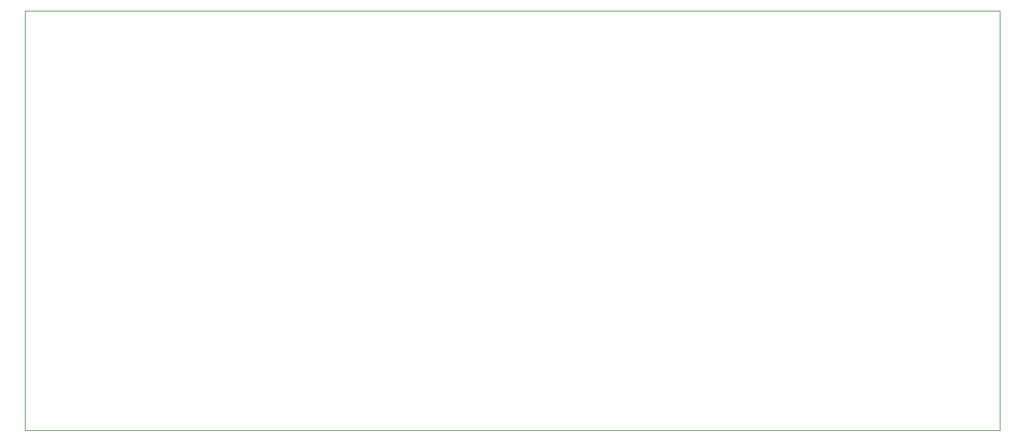
<source format=gbr>
%TF.GenerationSoftware,KiCad,Pcbnew,(5.1.10-1-10_14)*%
%TF.CreationDate,2021-09-30T18:38:52-04:00*%
%TF.ProjectId,address-register,61646472-6573-4732-9d72-656769737465,rev?*%
%TF.SameCoordinates,Original*%
%TF.FileFunction,Profile,NP*%
%FSLAX46Y46*%
G04 Gerber Fmt 4.6, Leading zero omitted, Abs format (unit mm)*
G04 Created by KiCad (PCBNEW (5.1.10-1-10_14)) date 2021-09-30 18:38:52*
%MOMM*%
%LPD*%
G01*
G04 APERTURE LIST*
%TA.AperFunction,Profile*%
%ADD10C,0.050000*%
%TD*%
G04 APERTURE END LIST*
D10*
X130810000Y-168148000D02*
X165100000Y-168148000D01*
X130810000Y-173990000D02*
X130810000Y-168148000D01*
X130810000Y-220980000D02*
X130810000Y-173990000D01*
X253492000Y-220980000D02*
X130810000Y-220980000D01*
X253492000Y-168148000D02*
X253492000Y-220980000D01*
X165100000Y-168148000D02*
X253492000Y-168148000D01*
M02*

</source>
